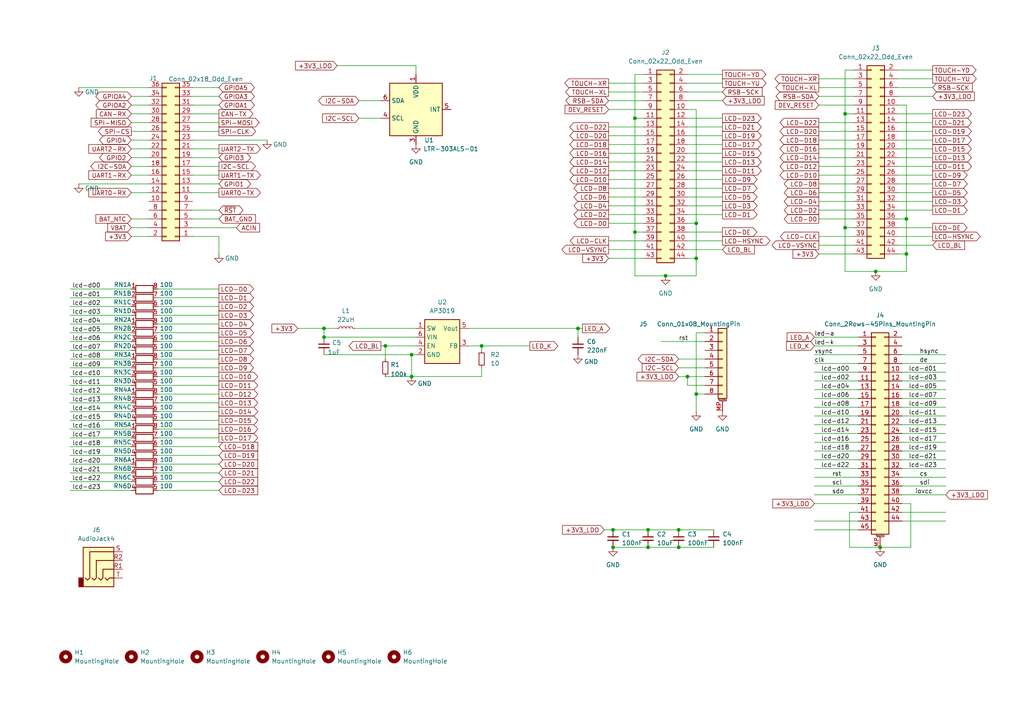
<source format=kicad_sch>
(kicad_sch (version 20211123) (generator eeschema)
  (paper "A4")
  (junction (at 187.96 158.75))
  (junction (at 177.8 153.67))
  (junction (at 177.8 158.75))
  (junction (at 201.93 114.3))
  (junction (at 262.89 63.5))
  (junction (at 245.11 33.02))
  (junction (at 119.38 102.87))
  (junction (at 196.85 158.75))
  (junction (at 193.04 80.01))
  (junction (at 187.96 153.67))
  (junction (at 199.39 109.22))
  (junction (at 262.89 73.66))
  (junction (at 255.27 158.75))
  (junction (at 201.93 64.77))
  (junction (at 93.98 97.79))
  (junction (at 139.7 100.33))
  (junction (at 201.93 74.93))
  (junction (at 254 78.74))
  (junction (at 184.15 67.31))
  (junction (at 196.85 153.67))
  (junction (at 93.98 95.25))
  (junction (at 167.64 95.25))
  (junction (at 184.15 34.29))
  (junction (at 119.38 109.22))
  (junction (at 245.11 66.04))
  (junction (at 111.76 100.33))
  (wire (pts (xy 245.11 33.02) (xy 245.11 66.04)))
  (wire (pts (xy 236.22 102.87) (xy 248.92 102.87)))
  (wire (pts (xy 264.16 158.75) (xy 255.27 158.75)))
  (wire (pts (xy 199.39 41.91) (xy 209.55 41.91)))
  (wire (pts (xy 45.72 142.24) (xy 63.5 142.24)))
  (wire (pts (xy 261.62 146.05) (xy 264.16 146.05)))
  (wire (pts (xy 187.96 153.67) (xy 196.85 153.67)))
  (wire (pts (xy 184.15 21.59) (xy 184.15 34.29)))
  (wire (pts (xy 120.65 102.87) (xy 119.38 102.87)))
  (wire (pts (xy 196.85 104.14) (xy 204.47 104.14)))
  (wire (pts (xy 260.35 33.02) (xy 270.51 33.02)))
  (wire (pts (xy 245.11 33.02) (xy 247.65 33.02)))
  (wire (pts (xy 196.85 109.22) (xy 199.39 109.22)))
  (wire (pts (xy 45.72 106.68) (xy 63.5 106.68)))
  (wire (pts (xy 264.16 146.05) (xy 264.16 158.75)))
  (wire (pts (xy 20.32 88.9) (xy 38.1 88.9)))
  (wire (pts (xy 261.62 110.49) (xy 274.32 110.49)))
  (wire (pts (xy 45.72 91.44) (xy 63.5 91.44)))
  (wire (pts (xy 176.53 46.99) (xy 186.69 46.99)))
  (wire (pts (xy 184.15 34.29) (xy 186.69 34.29)))
  (wire (pts (xy 45.72 124.46) (xy 63.5 124.46)))
  (wire (pts (xy 261.62 115.57) (xy 274.32 115.57)))
  (wire (pts (xy 55.88 53.34) (xy 63.5 53.34)))
  (wire (pts (xy 245.11 66.04) (xy 247.65 66.04)))
  (wire (pts (xy 260.35 40.64) (xy 270.51 40.64)))
  (wire (pts (xy 199.39 44.45) (xy 209.55 44.45)))
  (wire (pts (xy 261.62 133.35) (xy 274.32 133.35)))
  (wire (pts (xy 201.93 80.01) (xy 193.04 80.01)))
  (wire (pts (xy 176.53 29.21) (xy 186.69 29.21)))
  (wire (pts (xy 45.72 99.06) (xy 63.5 99.06)))
  (wire (pts (xy 237.49 27.94) (xy 247.65 27.94)))
  (wire (pts (xy 167.64 95.25) (xy 167.64 97.79)))
  (wire (pts (xy 201.93 64.77) (xy 201.93 74.93)))
  (wire (pts (xy 201.93 96.52) (xy 201.93 114.3)))
  (wire (pts (xy 167.64 95.25) (xy 168.91 95.25)))
  (wire (pts (xy 38.1 45.72) (xy 43.18 45.72)))
  (wire (pts (xy 262.89 73.66) (xy 262.89 78.74)))
  (wire (pts (xy 176.53 62.23) (xy 186.69 62.23)))
  (wire (pts (xy 261.62 138.43) (xy 274.32 138.43)))
  (wire (pts (xy 38.1 27.94) (xy 43.18 27.94)))
  (wire (pts (xy 260.35 50.8) (xy 270.51 50.8)))
  (wire (pts (xy 111.76 100.33) (xy 120.65 100.33)))
  (wire (pts (xy 45.72 121.92) (xy 63.5 121.92)))
  (wire (pts (xy 38.1 55.88) (xy 43.18 55.88)))
  (wire (pts (xy 176.53 54.61) (xy 186.69 54.61)))
  (wire (pts (xy 111.76 109.22) (xy 119.38 109.22)))
  (wire (pts (xy 201.93 74.93) (xy 201.93 80.01)))
  (wire (pts (xy 45.72 96.52) (xy 63.5 96.52)))
  (wire (pts (xy 236.22 118.11) (xy 248.92 118.11)))
  (wire (pts (xy 261.62 151.13) (xy 274.32 151.13)))
  (wire (pts (xy 177.8 158.75) (xy 187.96 158.75)))
  (wire (pts (xy 20.32 137.16) (xy 38.1 137.16)))
  (wire (pts (xy 111.76 100.33) (xy 111.76 104.14)))
  (wire (pts (xy 139.7 100.33) (xy 139.7 101.6)))
  (wire (pts (xy 191.77 99.06) (xy 204.47 99.06)))
  (wire (pts (xy 237.49 50.8) (xy 247.65 50.8)))
  (wire (pts (xy 199.39 29.21) (xy 209.55 29.21)))
  (wire (pts (xy 104.14 34.29) (xy 110.49 34.29)))
  (wire (pts (xy 176.53 72.39) (xy 186.69 72.39)))
  (wire (pts (xy 176.53 24.13) (xy 186.69 24.13)))
  (wire (pts (xy 45.72 86.36) (xy 63.5 86.36)))
  (wire (pts (xy 176.53 59.69) (xy 186.69 59.69)))
  (wire (pts (xy 45.72 101.6) (xy 63.5 101.6)))
  (wire (pts (xy 45.72 132.08) (xy 63.5 132.08)))
  (wire (pts (xy 260.35 45.72) (xy 270.51 45.72)))
  (wire (pts (xy 260.35 30.48) (xy 262.89 30.48)))
  (wire (pts (xy 45.72 129.54) (xy 63.5 129.54)))
  (wire (pts (xy 237.49 53.34) (xy 247.65 53.34)))
  (wire (pts (xy 186.69 21.59) (xy 184.15 21.59)))
  (wire (pts (xy 262.89 30.48) (xy 262.89 63.5)))
  (wire (pts (xy 38.1 50.8) (xy 43.18 50.8)))
  (wire (pts (xy 176.53 74.93) (xy 186.69 74.93)))
  (wire (pts (xy 199.39 57.15) (xy 209.55 57.15)))
  (wire (pts (xy 135.89 100.33) (xy 139.7 100.33)))
  (wire (pts (xy 20.32 121.92) (xy 38.1 121.92)))
  (wire (pts (xy 260.35 25.4) (xy 270.51 25.4)))
  (wire (pts (xy 260.35 22.86) (xy 270.51 22.86)))
  (wire (pts (xy 120.65 21.59) (xy 120.65 19.05)))
  (wire (pts (xy 261.62 125.73) (xy 274.32 125.73)))
  (wire (pts (xy 199.39 49.53) (xy 209.55 49.53)))
  (wire (pts (xy 120.65 97.79) (xy 93.98 97.79)))
  (wire (pts (xy 199.39 64.77) (xy 201.93 64.77)))
  (wire (pts (xy 45.72 83.82) (xy 63.5 83.82)))
  (wire (pts (xy 237.49 60.96) (xy 247.65 60.96)))
  (wire (pts (xy 139.7 106.68) (xy 139.7 109.22)))
  (wire (pts (xy 22.86 53.34) (xy 43.18 53.34)))
  (wire (pts (xy 199.39 24.13) (xy 209.55 24.13)))
  (wire (pts (xy 199.39 31.75) (xy 201.93 31.75)))
  (wire (pts (xy 176.53 49.53) (xy 186.69 49.53)))
  (wire (pts (xy 237.49 73.66) (xy 247.65 73.66)))
  (wire (pts (xy 93.98 97.79) (xy 93.98 95.25)))
  (wire (pts (xy 246.38 148.59) (xy 246.38 158.75)))
  (wire (pts (xy 236.22 107.95) (xy 248.92 107.95)))
  (wire (pts (xy 20.32 116.84) (xy 38.1 116.84)))
  (wire (pts (xy 260.35 73.66) (xy 262.89 73.66)))
  (wire (pts (xy 45.72 119.38) (xy 63.5 119.38)))
  (wire (pts (xy 237.49 71.12) (xy 247.65 71.12)))
  (wire (pts (xy 260.35 71.12) (xy 270.51 71.12)))
  (wire (pts (xy 236.22 153.67) (xy 248.92 153.67)))
  (wire (pts (xy 204.47 96.52) (xy 201.93 96.52)))
  (wire (pts (xy 236.22 138.43) (xy 248.92 138.43)))
  (wire (pts (xy 236.22 125.73) (xy 248.92 125.73)))
  (wire (pts (xy 176.53 52.07) (xy 186.69 52.07)))
  (wire (pts (xy 246.38 148.59) (xy 248.92 148.59)))
  (wire (pts (xy 236.22 143.51) (xy 248.92 143.51)))
  (wire (pts (xy 45.72 111.76) (xy 63.5 111.76)))
  (wire (pts (xy 236.22 97.79) (xy 248.92 97.79)))
  (wire (pts (xy 20.32 83.82) (xy 38.1 83.82)))
  (wire (pts (xy 260.35 53.34) (xy 270.51 53.34)))
  (wire (pts (xy 261.62 143.51) (xy 274.32 143.51)))
  (wire (pts (xy 20.32 139.7) (xy 38.1 139.7)))
  (wire (pts (xy 176.53 64.77) (xy 186.69 64.77)))
  (wire (pts (xy 55.88 68.58) (xy 63.5 68.58)))
  (wire (pts (xy 199.39 36.83) (xy 209.55 36.83)))
  (wire (pts (xy 260.35 60.96) (xy 270.51 60.96)))
  (wire (pts (xy 20.32 109.22) (xy 38.1 109.22)))
  (wire (pts (xy 201.93 31.75) (xy 201.93 64.77)))
  (wire (pts (xy 199.39 69.85) (xy 209.55 69.85)))
  (wire (pts (xy 236.22 120.65) (xy 248.92 120.65)))
  (wire (pts (xy 236.22 100.33) (xy 248.92 100.33)))
  (wire (pts (xy 38.1 30.48) (xy 43.18 30.48)))
  (wire (pts (xy 45.72 139.7) (xy 63.5 139.7)))
  (wire (pts (xy 38.1 48.26) (xy 43.18 48.26)))
  (wire (pts (xy 184.15 34.29) (xy 184.15 67.31)))
  (wire (pts (xy 237.49 55.88) (xy 247.65 55.88)))
  (wire (pts (xy 261.62 123.19) (xy 274.32 123.19)))
  (wire (pts (xy 236.22 133.35) (xy 248.92 133.35)))
  (wire (pts (xy 261.62 135.89) (xy 274.32 135.89)))
  (wire (pts (xy 187.96 158.75) (xy 196.85 158.75)))
  (wire (pts (xy 261.62 128.27) (xy 274.32 128.27)))
  (wire (pts (xy 45.72 93.98) (xy 63.5 93.98)))
  (wire (pts (xy 20.32 129.54) (xy 38.1 129.54)))
  (wire (pts (xy 177.8 153.67) (xy 187.96 153.67)))
  (wire (pts (xy 260.35 66.04) (xy 270.51 66.04)))
  (wire (pts (xy 20.32 101.6) (xy 38.1 101.6)))
  (wire (pts (xy 199.39 74.93) (xy 201.93 74.93)))
  (wire (pts (xy 55.88 63.5) (xy 63.5 63.5)))
  (wire (pts (xy 176.53 26.67) (xy 186.69 26.67)))
  (wire (pts (xy 199.39 59.69) (xy 209.55 59.69)))
  (wire (pts (xy 236.22 128.27) (xy 248.92 128.27)))
  (wire (pts (xy 20.32 91.44) (xy 38.1 91.44)))
  (wire (pts (xy 260.35 27.94) (xy 270.51 27.94)))
  (wire (pts (xy 45.72 104.14) (xy 63.5 104.14)))
  (wire (pts (xy 236.22 140.97) (xy 248.92 140.97)))
  (wire (pts (xy 20.32 99.06) (xy 38.1 99.06)))
  (wire (pts (xy 260.35 63.5) (xy 262.89 63.5)))
  (wire (pts (xy 20.32 96.52) (xy 38.1 96.52)))
  (wire (pts (xy 20.32 106.68) (xy 38.1 106.68)))
  (wire (pts (xy 236.22 123.19) (xy 248.92 123.19)))
  (wire (pts (xy 175.26 153.67) (xy 177.8 153.67)))
  (wire (pts (xy 237.49 58.42) (xy 247.65 58.42)))
  (wire (pts (xy 119.38 109.22) (xy 139.7 109.22)))
  (wire (pts (xy 102.87 95.25) (xy 120.65 95.25)))
  (wire (pts (xy 55.88 45.72) (xy 63.5 45.72)))
  (wire (pts (xy 139.7 100.33) (xy 153.67 100.33)))
  (wire (pts (xy 20.32 124.46) (xy 38.1 124.46)))
  (wire (pts (xy 176.53 31.75) (xy 186.69 31.75)))
  (wire (pts (xy 237.49 48.26) (xy 247.65 48.26)))
  (wire (pts (xy 55.88 48.26) (xy 63.5 48.26)))
  (wire (pts (xy 184.15 67.31) (xy 186.69 67.31)))
  (wire (pts (xy 245.11 78.74) (xy 254 78.74)))
  (wire (pts (xy 260.35 68.58) (xy 270.51 68.58)))
  (wire (pts (xy 199.39 46.99) (xy 209.55 46.99)))
  (wire (pts (xy 55.88 40.64) (xy 77.47 40.64)))
  (wire (pts (xy 45.72 114.3) (xy 63.5 114.3)))
  (wire (pts (xy 260.35 48.26) (xy 270.51 48.26)))
  (wire (pts (xy 236.22 135.89) (xy 248.92 135.89)))
  (wire (pts (xy 20.32 111.76) (xy 38.1 111.76)))
  (wire (pts (xy 237.49 30.48) (xy 247.65 30.48)))
  (wire (pts (xy 236.22 130.81) (xy 248.92 130.81)))
  (wire (pts (xy 55.88 27.94) (xy 63.5 27.94)))
  (wire (pts (xy 45.72 109.22) (xy 63.5 109.22)))
  (wire (pts (xy 201.93 114.3) (xy 204.47 114.3)))
  (wire (pts (xy 184.15 67.31) (xy 184.15 80.01)))
  (wire (pts (xy 176.53 69.85) (xy 186.69 69.85)))
  (wire (pts (xy 237.49 35.56) (xy 247.65 35.56)))
  (wire (pts (xy 237.49 43.18) (xy 247.65 43.18)))
  (wire (pts (xy 176.53 41.91) (xy 186.69 41.91)))
  (wire (pts (xy 55.88 33.02) (xy 63.5 33.02)))
  (wire (pts (xy 20.32 86.36) (xy 38.1 86.36)))
  (wire (pts (xy 199.39 109.22) (xy 199.39 111.76)))
  (wire (pts (xy 55.88 25.4) (xy 63.5 25.4)))
  (wire (pts (xy 237.49 25.4) (xy 247.65 25.4)))
  (wire (pts (xy 261.62 140.97) (xy 274.32 140.97)))
  (wire (pts (xy 55.88 66.04) (xy 68.58 66.04)))
  (wire (pts (xy 45.72 137.16) (xy 63.5 137.16)))
  (wire (pts (xy 63.5 68.58) (xy 63.5 73.66)))
  (wire (pts (xy 204.47 111.76) (xy 199.39 111.76)))
  (wire (pts (xy 199.39 54.61) (xy 209.55 54.61)))
  (wire (pts (xy 199.39 109.22) (xy 204.47 109.22)))
  (wire (pts (xy 55.88 43.18) (xy 63.5 43.18)))
  (wire (pts (xy 20.32 142.24) (xy 38.1 142.24)))
  (wire (pts (xy 261.62 107.95) (xy 274.32 107.95)))
  (wire (pts (xy 55.88 30.48) (xy 63.5 30.48)))
  (wire (pts (xy 20.32 132.08) (xy 38.1 132.08)))
  (wire (pts (xy 20.32 127) (xy 38.1 127)))
  (wire (pts (xy 237.49 22.86) (xy 247.65 22.86)))
  (wire (pts (xy 236.22 110.49) (xy 248.92 110.49)))
  (wire (pts (xy 260.35 55.88) (xy 270.51 55.88)))
  (wire (pts (xy 237.49 63.5) (xy 247.65 63.5)))
  (wire (pts (xy 38.1 66.04) (xy 43.18 66.04)))
  (wire (pts (xy 38.1 40.64) (xy 43.18 40.64)))
  (wire (pts (xy 236.22 113.03) (xy 248.92 113.03)))
  (wire (pts (xy 260.35 38.1) (xy 270.51 38.1)))
  (wire (pts (xy 261.62 105.41) (xy 274.32 105.41)))
  (wire (pts (xy 237.49 68.58) (xy 247.65 68.58)))
  (wire (pts (xy 104.14 29.21) (xy 110.49 29.21)))
  (wire (pts (xy 20.32 93.98) (xy 38.1 93.98)))
  (wire (pts (xy 20.32 104.14) (xy 38.1 104.14)))
  (wire (pts (xy 199.39 26.67) (xy 209.55 26.67)))
  (wire (pts (xy 261.62 130.81) (xy 274.32 130.81)))
  (wire (pts (xy 199.39 52.07) (xy 209.55 52.07)))
  (wire (pts (xy 261.62 102.87) (xy 274.32 102.87)))
  (wire (pts (xy 262.89 78.74) (xy 254 78.74)))
  (wire (pts (xy 261.62 113.03) (xy 274.32 113.03)))
  (wire (pts (xy 93.98 102.87) (xy 119.38 102.87)))
  (wire (pts (xy 55.88 60.96) (xy 63.5 60.96)))
  (wire (pts (xy 237.49 38.1) (xy 247.65 38.1)))
  (wire (pts (xy 199.39 67.31) (xy 209.55 67.31)))
  (wire (pts (xy 119.38 102.87) (xy 119.38 109.22)))
  (wire (pts (xy 38.1 35.56) (xy 43.18 35.56)))
  (wire (pts (xy 45.72 134.62) (xy 63.5 134.62)))
  (wire (pts (xy 261.62 120.65) (xy 274.32 120.65)))
  (wire (pts (xy 45.72 116.84) (xy 63.5 116.84)))
  (wire (pts (xy 262.89 63.5) (xy 262.89 73.66)))
  (wire (pts (xy 93.98 95.25) (xy 97.79 95.25)))
  (wire (pts (xy 20.32 114.3) (xy 38.1 114.3)))
  (wire (pts (xy 20.32 119.38) (xy 38.1 119.38)))
  (wire (pts (xy 38.1 63.5) (xy 43.18 63.5)))
  (wire (pts (xy 260.35 43.18) (xy 270.51 43.18)))
  (wire (pts (xy 247.65 20.32) (xy 245.11 20.32)))
  (wire (pts (xy 260.35 20.32) (xy 270.51 20.32)))
  (wire (pts (xy 201.93 114.3) (xy 201.93 119.38)))
  (wire (pts (xy 237.49 40.64) (xy 247.65 40.64)))
  (wire (pts (xy 38.1 33.02) (xy 43.18 33.02)))
  (wire (pts (xy 55.88 50.8) (xy 63.5 50.8)))
  (wire (pts (xy 86.36 95.25) (xy 93.98 95.25)))
  (wire (pts (xy 199.39 21.59) (xy 209.55 21.59)))
  (wire (pts (xy 45.72 127) (xy 63.5 127)))
  (wire (pts (xy 20.32 134.62) (xy 38.1 134.62)))
  (wire (pts (xy 237.49 45.72) (xy 247.65 45.72)))
  (wire (pts (xy 261.62 118.11) (xy 274.32 118.11)))
  (wire (pts (xy 38.1 43.18) (xy 43.18 43.18)))
  (wire (pts (xy 236.22 146.05) (xy 248.92 146.05)))
  (wire (pts (xy 55.88 35.56) (xy 63.5 35.56)))
  (wire (pts (xy 261.62 148.59) (xy 274.32 148.59)))
  (wire (pts (xy 38.1 38.1) (xy 43.18 38.1)))
  (wire (pts (xy 260.35 58.42) (xy 270.51 58.42)))
  (wire (pts (xy 236.22 115.57) (xy 248.92 115.57)))
  (wire (pts (xy 245.11 20.32) (xy 245.11 33.02)))
  (wire (pts (xy 176.53 44.45) (xy 186.69 44.45)))
  (wire (pts (xy 236.22 151.13) (xy 248.92 151.13)))
  (wire (pts (xy 55.88 55.88) (xy 63.5 55.88)))
  (wire (pts (xy 196.85 106.68) (xy 204.47 106.68)))
  (wire (pts (xy 55.88 38.1) (xy 63.5 38.1)))
  (wire (pts (xy 45.72 88.9) (xy 63.5 88.9)))
  (wire (pts (xy 245.11 66.04) (xy 245.11 78.74)))
  (wire (pts (xy 135.89 95.25) (xy 167.64 95.25)))
  (wire (pts (xy 38.1 68.58) (xy 43.18 68.58)))
  (wire (pts (xy 184.15 80.01) (xy 193.04 80.01)))
  (wire (pts (xy 246.38 158.75) (xy 255.27 158.75)))
  (wire (pts (xy 196.85 158.75) (xy 207.01 158.75)))
  (wire (pts (xy 176.53 39.37) (xy 186.69 39.37)))
  (wire (pts (xy 196.85 153.67) (xy 207.01 153.67)))
  (wire (pts (xy 199.39 62.23) (xy 209.55 62.23)))
  (wire (pts (xy 176.53 36.83) (xy 186.69 36.83)))
  (wire (pts (xy 260.35 35.56) (xy 270.51 35.56)))
  (wire (pts (xy 176.53 57.15) (xy 186.69 57.15)))
  (wire (pts (xy 199.39 39.37) (xy 209.55 39.37)))
  (wire (pts (xy 236.22 105.41) (xy 248.92 105.41)))
  (wire (pts (xy 199.39 72.39) (xy 209.55 72.39)))
  (wire (pts (xy 110.49 100.33) (xy 111.76 100.33)))
  (wire (pts (xy 97.79 19.05) (xy 120.65 19.05)))
  (wire (pts (xy 22.86 25.4) (xy 43.18 25.4)))
  (wire (pts (xy 199.39 34.29) (xy 209.55 34.29)))
  (label "lcd-d00" (at 29.21 83.82 180))
  (label "lcd-d09" (at 29.21 106.68 180))
  (label "lcd-d22" (at 29.21 139.7 180))
  (label "led-k" (at 236.22 100.33 0))
  (label "lcd-d07" (at 29.21 101.6 180))
  (label "lcd-d20" (at 29.21 134.62 180))
  (label "lcd-d16" (at 29.21 124.46 180))
  (label "lcd-d08" (at 29.21 104.14 180))
  (label "lcd-d10" (at 246.38 120.65 180))
  (label "lcd-d19" (at 29.21 132.08 180))
  (label "rst" (at 241.3 138.43 0))
  (label "lcd-d02" (at 246.38 110.49 180))
  (label "scl" (at 241.3 140.97 0))
  (label "lcd-d13" (at 29.21 116.84 180))
  (label "lcd-d14" (at 246.38 125.73 180))
  (label "lcd-d19" (at 271.78 130.81 180))
  (label "lcd-d15" (at 271.78 125.73 180))
  (label "sdo" (at 241.3 143.51 0))
  (label "clk" (at 236.22 105.41 0))
  (label "lcd-d20" (at 246.38 133.35 180))
  (label "lcd-d01" (at 29.21 86.36 180))
  (label "sdi" (at 266.7 140.97 0))
  (label "lcd-d10" (at 29.21 109.22 180))
  (label "lcd-d08" (at 246.38 118.11 180))
  (label "lcd-d07" (at 271.78 115.57 180))
  (label "lcd-d06" (at 246.38 115.57 180))
  (label "lcd-d18" (at 246.38 130.81 180))
  (label "lcd-d21" (at 29.21 137.16 180))
  (label "lcd-d17" (at 271.78 128.27 180))
  (label "lcd-d04" (at 246.38 113.03 180))
  (label "lcd-d11" (at 29.21 111.76 180))
  (label "lcd-d11" (at 271.78 120.65 180))
  (label "lcd-d23" (at 29.21 142.24 180))
  (label "lcd-d03" (at 29.21 91.44 180))
  (label "de" (at 266.7 105.41 0))
  (label "lcd-d18" (at 29.21 129.54 180))
  (label "lcd-d13" (at 271.78 123.19 180))
  (label "lcd-d09" (at 271.78 118.11 180))
  (label "lcd-d06" (at 29.21 99.06 180))
  (label "lcd-d01" (at 271.78 107.95 180))
  (label "lcd-d22" (at 246.38 135.89 180))
  (label "lcd-d04" (at 29.21 93.98 180))
  (label "lcd-d17" (at 29.21 127 180))
  (label "lcd-d21" (at 271.78 133.35 180))
  (label "lcd-d03" (at 271.78 110.49 180))
  (label "lcd-d15" (at 29.21 121.92 180))
  (label "vsync" (at 236.22 102.87 0))
  (label "rst" (at 196.85 99.06 0))
  (label "lcd-d05" (at 271.78 113.03 180))
  (label "hsync" (at 266.7 102.87 0))
  (label "lcd-d05" (at 29.21 96.52 180))
  (label "iovcc" (at 265.43 143.51 0))
  (label "lcd-d14" (at 29.21 119.38 180))
  (label "lcd-d12" (at 29.21 114.3 180))
  (label "lcd-d12" (at 246.38 123.19 180))
  (label "lcd-d16" (at 246.38 128.27 180))
  (label "led-a" (at 236.22 97.79 0))
  (label "cs" (at 266.7 138.43 0))
  (label "lcd-d02" (at 29.21 88.9 180))
  (label "lcd-d23" (at 271.78 135.89 180))
  (label "lcd-d00" (at 246.38 107.95 180))
  (global_label "LCD-D2" (shape output) (at 176.53 62.23 180) (property "Intersheet References" "${INTERSHEET_REFS}" (effects hide)))
  (global_label "DEV_RESET" (shape input) (at 237.49 30.48 180) (property "Intersheet References" "${INTERSHEET_REFS}" (effects hide)))
  (global_label "LCD-D23" (shape output) (at 209.55 34.29 0) (property "Intersheet References" "${INTERSHEET_REFS}" (effects hide)))
  (global_label "LED_A" (shape output) (at 168.91 95.25 0) (property "Intersheet References" "${INTERSHEET_REFS}" (effects hide)))
  (global_label "TOUCH-XR" (shape output) (at 237.49 22.86 180) (property "Intersheet References" "${INTERSHEET_REFS}" (effects hide)))
  (global_label "LCD-D18" (shape output) (at 176.53 41.91 180) (property "Intersheet References" "${INTERSHEET_REFS}" (effects hide)))
  (global_label "LCD-D8" (shape output) (at 176.53 54.61 180) (property "Intersheet References" "${INTERSHEET_REFS}" (effects hide)))
  (global_label "~{RST}" (shape bidirectional) (at 63.5 60.96 0) (property "Intersheet References" "${INTERSHEET_REFS}" (effects hide)))
  (global_label "LCD-D15" (shape output) (at 209.55 44.45 0) (property "Intersheet References" "${INTERSHEET_REFS}" (effects hide)))
  (global_label "LCD-D16" (shape output) (at 63.5 124.46 0) (property "Intersheet References" "${INTERSHEET_REFS}" (effects hide)))
  (global_label "LCD-D2" (shape output) (at 63.5 88.9 0) (property "Intersheet References" "${INTERSHEET_REFS}" (effects hide)))
  (global_label "LCD-D20" (shape output) (at 176.53 39.37 180) (property "Intersheet References" "${INTERSHEET_REFS}" (effects hide)))
  (global_label "UART0-TX" (shape output) (at 63.5 55.88 0) (property "Intersheet References" "${INTERSHEET_REFS}" (effects hide)))
  (global_label "LCD-D4" (shape output) (at 237.49 58.42 180) (property "Intersheet References" "${INTERSHEET_REFS}" (effects hide)))
  (global_label "LCD-DE" (shape output) (at 270.51 66.04 0) (property "Intersheet References" "${INTERSHEET_REFS}" (effects hide)))
  (global_label "LCD_BL" (shape input) (at 209.55 72.39 0) (property "Intersheet References" "${INTERSHEET_REFS}" (effects hide)))
  (global_label "LCD-D14" (shape output) (at 63.5 119.38 0) (property "Intersheet References" "${INTERSHEET_REFS}" (effects hide)))
  (global_label "LCD-D21" (shape input) (at 63.5 137.16 0) (property "Intersheet References" "${INTERSHEET_REFS}" (effects hide)))
  (global_label "TOUCH-YD" (shape output) (at 270.51 20.32 0) (property "Intersheet References" "${INTERSHEET_REFS}" (effects hide)))
  (global_label "LCD-D2" (shape output) (at 237.49 60.96 180) (property "Intersheet References" "${INTERSHEET_REFS}" (effects hide)))
  (global_label "LCD-HSYNC" (shape output) (at 270.51 68.58 0) (property "Intersheet References" "${INTERSHEET_REFS}" (effects hide)))
  (global_label "SPI-CLK" (shape output) (at 63.5 38.1 0) (property "Intersheet References" "${INTERSHEET_REFS}" (effects hide)))
  (global_label "TOUCH-XL" (shape output) (at 237.49 25.4 180) (property "Intersheet References" "${INTERSHEET_REFS}" (effects hide)))
  (global_label "LCD-D6" (shape output) (at 176.53 57.15 180) (property "Intersheet References" "${INTERSHEET_REFS}" (effects hide)))
  (global_label "+3V3_LDO" (shape input) (at 270.51 27.94 0) (property "Intersheet References" "${INTERSHEET_REFS}" (effects hide)))
  (global_label "LCD-D22" (shape output) (at 237.49 35.56 180) (property "Intersheet References" "${INTERSHEET_REFS}" (effects hide)))
  (global_label "LCD-D7" (shape output) (at 270.51 53.34 0) (property "Intersheet References" "${INTERSHEET_REFS}" (effects hide)))
  (global_label "LCD-D21" (shape output) (at 209.55 36.83 0) (property "Intersheet References" "${INTERSHEET_REFS}" (effects hide)))
  (global_label "LCD-D9" (shape output) (at 270.51 50.8 0) (property "Intersheet References" "${INTERSHEET_REFS}" (effects hide)))
  (global_label "ACIN" (shape input) (at 68.58 66.04 0) (property "Intersheet References" "${INTERSHEET_REFS}" (effects hide)))
  (global_label "LCD-D7" (shape output) (at 209.55 54.61 0) (property "Intersheet References" "${INTERSHEET_REFS}" (effects hide)))
  (global_label "VBAT" (shape input) (at 38.1 66.04 180) (property "Intersheet References" "${INTERSHEET_REFS}" (effects hide)))
  (global_label "SPI-MOSI" (shape output) (at 63.5 35.56 0) (property "Intersheet References" "${INTERSHEET_REFS}" (effects hide)))
  (global_label "RSB-SDA" (shape bidirectional) (at 237.49 27.94 180) (property "Intersheet References" "${INTERSHEET_REFS}" (effects hide)))
  (global_label "LCD-D0" (shape output) (at 237.49 63.5 180) (property "Intersheet References" "${INTERSHEET_REFS}" (effects hide)))
  (global_label "I2C-SCL" (shape input) (at 196.85 106.68 180) (property "Intersheet References" "${INTERSHEET_REFS}" (effects hide)))
  (global_label "TOUCH-YU" (shape output) (at 209.55 24.13 0) (property "Intersheet References" "${INTERSHEET_REFS}" (effects hide)))
  (global_label "LCD-D16" (shape output) (at 237.49 43.18 180) (property "Intersheet References" "${INTERSHEET_REFS}" (effects hide)))
  (global_label "CAN-RX" (shape input) (at 38.1 33.02 180) (property "Intersheet References" "${INTERSHEET_REFS}" (effects hide)))
  (global_label "LCD-D20" (shape input) (at 63.5 134.62 0) (property "Intersheet References" "${INTERSHEET_REFS}" (effects hide)))
  (global_label "TOUCH-YU" (shape output) (at 270.51 22.86 0) (property "Intersheet References" "${INTERSHEET_REFS}" (effects hide)))
  (global_label "+3V3" (shape input) (at 176.53 74.93 180) (property "Intersheet References" "${INTERSHEET_REFS}" (effects hide)))
  (global_label "I2C-SDA" (shape bidirectional) (at 196.85 104.14 180) (property "Intersheet References" "${INTERSHEET_REFS}" (effects hide)))
  (global_label "LCD-HSYNC" (shape output) (at 209.55 69.85 0) (property "Intersheet References" "${INTERSHEET_REFS}" (effects hide)))
  (global_label "SPI-CS" (shape output) (at 38.1 38.1 180) (property "Intersheet References" "${INTERSHEET_REFS}" (effects hide)))
  (global_label "LCD-D11" (shape output) (at 63.5 111.76 0) (property "Intersheet References" "${INTERSHEET_REFS}" (effects hide)))
  (global_label "+3V3_LDO" (shape input) (at 209.55 29.21 0) (property "Intersheet References" "${INTERSHEET_REFS}" (effects hide)))
  (global_label "LCD-D3" (shape output) (at 270.51 58.42 0) (property "Intersheet References" "${INTERSHEET_REFS}" (effects hide)))
  (global_label "UART2-TX" (shape output) (at 63.5 43.18 0) (property "Intersheet References" "${INTERSHEET_REFS}" (effects hide)))
  (global_label "LCD-D1" (shape output) (at 63.5 86.36 0) (property "Intersheet References" "${INTERSHEET_REFS}" (effects hide)))
  (global_label "UART0-RX" (shape input) (at 38.1 55.88 180) (property "Intersheet References" "${INTERSHEET_REFS}" (effects hide)))
  (global_label "GPIOA4" (shape bidirectional) (at 38.1 27.94 180) (property "Intersheet References" "${INTERSHEET_REFS}" (effects hide)))
  (global_label "LCD-D8" (shape output) (at 63.5 104.14 0) (property "Intersheet References" "${INTERSHEET_REFS}" (effects hide)))
  (global_label "LCD-D10" (shape output) (at 237.49 50.8 180) (property "Intersheet References" "${INTERSHEET_REFS}" (effects hide)))
  (global_label "LCD-D19" (shape output) (at 270.51 38.1 0) (property "Intersheet References" "${INTERSHEET_REFS}" (effects hide)))
  (global_label "LCD-D13" (shape output) (at 209.55 46.99 0) (property "Intersheet References" "${INTERSHEET_REFS}" (effects hide)))
  (global_label "LCD-D17" (shape output) (at 63.5 127 0) (property "Intersheet References" "${INTERSHEET_REFS}" (effects hide)))
  (global_label "+3V3_LDO" (shape input) (at 274.32 143.51 0) (property "Intersheet References" "${INTERSHEET_REFS}" (effects hide)))
  (global_label "LCD-D6" (shape output) (at 63.5 99.06 0) (property "Intersheet References" "${INTERSHEET_REFS}" (effects hide)))
  (global_label "LCD-D18" (shape input) (at 63.5 129.54 0) (property "Intersheet References" "${INTERSHEET_REFS}" (effects hide)))
  (global_label "GPIO3" (shape bidirectional) (at 63.5 45.72 0) (property "Intersheet References" "${INTERSHEET_REFS}" (effects hide)))
  (global_label "LCD-D3" (shape output) (at 209.55 59.69 0) (property "Intersheet References" "${INTERSHEET_REFS}" (effects hide)))
  (global_label "LCD-D19" (shape output) (at 209.55 39.37 0) (property "Intersheet References" "${INTERSHEET_REFS}" (effects hide)))
  (global_label "BAT_NTC" (shape input) (at 38.1 63.5 180) (property "Intersheet References" "${INTERSHEET_REFS}" (effects hide)))
  (global_label "LCD-D9" (shape output) (at 63.5 106.68 0) (property "Intersheet References" "${INTERSHEET_REFS}" (effects hide)))
  (global_label "LCD-D12" (shape output) (at 63.5 114.3 0) (property "Intersheet References" "${INTERSHEET_REFS}" (effects hide)))
  (global_label "LCD-D11" (shape output) (at 209.55 49.53 0) (property "Intersheet References" "${INTERSHEET_REFS}" (effects hide)))
  (global_label "UART1-TX" (shape output) (at 63.5 50.8 0) (property "Intersheet References" "${INTERSHEET_REFS}" (effects hide)))
  (global_label "LCD-CLK" (shape output) (at 176.53 69.85 180) (property "Intersheet References" "${INTERSHEET_REFS}" (effects hide)))
  (global_label "LCD-D20" (shape output) (at 237.49 38.1 180) (property "Intersheet References" "${INTERSHEET_REFS}" (effects hide)))
  (global_label "I2C-SCL" (shape output) (at 63.5 48.26 0) (property "Intersheet References" "${INTERSHEET_REFS}" (effects hide)))
  (global_label "TOUCH-YD" (shape output) (at 209.55 21.59 0) (property "Intersheet References" "${INTERSHEET_REFS}" (effects hide)))
  (global_label "LED_K" (shape output) (at 153.67 100.33 0) (property "Intersheet References" "${INTERSHEET_REFS}" (effects hide)))
  (global_label "LCD-D16" (shape output) (at 176.53 44.45 180) (property "Intersheet References" "${INTERSHEET_REFS}" (effects hide)))
  (global_label "LCD-D6" (shape output) (at 237.49 55.88 180) (property "Intersheet References" "${INTERSHEET_REFS}" (effects hide)))
  (global_label "LED_K" (shape input) (at 236.22 100.33 180) (property "Intersheet References" "${INTERSHEET_REFS}" (effects hide)))
  (global_label "LCD-D10" (shape output) (at 176.53 52.07 180) (property "Intersheet References" "${INTERSHEET_REFS}" (effects hide)))
  (global_label "LCD-D19" (shape input) (at 63.5 132.08 0) (property "Intersheet References" "${INTERSHEET_REFS}" (effects hide)))
  (global_label "LCD-D4" (shape output) (at 176.53 59.69 180) (property "Intersheet References" "${INTERSHEET_REFS}" (effects hide)))
  (global_label "+3V3_LDO" (shape input) (at 97.79 19.05 180) (property "Intersheet References" "${INTERSHEET_REFS}" (effects hide)))
  (global_label "LCD-D12" (shape output) (at 237.49 48.26 180) (property "Intersheet References" "${INTERSHEET_REFS}" (effects hide)))
  (global_label "LCD-D12" (shape output) (at 176.53 49.53 180) (property "Intersheet References" "${INTERSHEET_REFS}" (effects hide)))
  (global_label "LCD-D15" (shape output) (at 63.5 121.92 0) (property "Intersheet References" "${INTERSHEET_REFS}" (effects hide)))
  (global_label "LCD-D17" (shape output) (at 209.55 41.91 0) (property "Intersheet References" "${INTERSHEET_REFS}" (effects hide)))
  (global_label "GPIOA5" (shape bidirectional) (at 63.5 25.4 0) (property "Intersheet References" "${INTERSHEET_REFS}" (effects hide)))
  (global_label "LCD-D8" (shape output) (at 237.49 53.34 180) (property "Intersheet References" "${INTERSHEET_REFS}" (effects hide)))
  (global_label "GPIO2" (shape bidirectional) (at 38.1 45.72 180) (property "Intersheet References" "${INTERSHEET_REFS}" (effects hide)))
  (global_label "LCD-D9" (shape output) (at 209.55 52.07 0) (property "Intersheet References" "${INTERSHEET_REFS}" (effects hide)))
  (global_label "I2C-SDA" (shape bidirectional) (at 104.14 29.21 180) (property "Intersheet References" "${INTERSHEET_REFS}" (effects hide)))
  (global_label "LCD-D18" (shape output) (at 237.49 40.64 180) (property "Intersheet References" "${INTERSHEET_REFS}" (effects hide)))
  (global_label "BAT_GND" (shape input) (at 63.5 63.5 0) (property "Intersheet References" "${INTERSHEET_REFS}" (effects hide)))
  (global_label "LCD-D14" (shape output) (at 237.49 45.72 180) (property "Intersheet References" "${INTERSHEET_REFS}" (effects hide)))
  (global_label "LCD-D4" (shape output) (at 63.5 93.98 0) (property "Intersheet References" "${INTERSHEET_REFS}" (effects hide)))
  (global_label "UART2-RX" (shape input) (at 38.1 43.18 180) (property "Intersheet References" "${INTERSHEET_REFS}" (effects hide)))
  (global_label "LCD-D5" (shape output) (at 270.51 55.88 0) (property "Intersheet References" "${INTERSHEET_REFS}" (effects hide)))
  (global_label "LCD-DE" (shape output) (at 209.55 67.31 0) (property "Intersheet References" "${INTERSHEET_REFS}" (effects hide)))
  (global_label "+3V3" (shape input) (at 237.49 73.66 180) (property "Intersheet References" "${INTERSHEET_REFS}" (effects hide)))
  (global_label "LCD-D5" (shape output) (at 209.55 57.15 0) (property "Intersheet References" "${INTERSHEET_REFS}" (effects hide)))
  (global_label "LCD-D22" (shape input) (at 63.5 139.7 0) (property "Intersheet References" "${INTERSHEET_REFS}" (effects hide)))
  (global_label "LCD_BL" (shape input) (at 270.51 71.12 0) (property "Intersheet References" "${INTERSHEET_REFS}" (effects hide)))
  (global_label "LCD-D1" (shape output) (at 209.55 62.23 0) (property "Intersheet References" "${INTERSHEET_REFS}" (effects hide)))
  (global_label "I2C-SDA" (shape bidirectional) (at 38.1 48.26 180) (property "Intersheet References" "${INTERSHEET_REFS}" (effects hide)))
  (global_label "LCD-D3" (shape output) (at 63.5 91.44 0) (property "Intersheet References" "${INTERSHEET_REFS}" (effects hide)))
  (global_label "LED_A" (shape input) (at 236.22 97.79 180) (property "Intersheet References" "${INTERSHEET_REFS}" (effects hide)))
  (global_label "LCD-D5" (shape output) (at 63.5 96.52 0) (property "Intersheet References" "${INTERSHEET_REFS}" (effects hide)))
  (global_label "LCD-D23" (shape output) (at 270.51 33.02 0) (property "Intersheet References" "${INTERSHEET_REFS}" (effects hide)))
  (global_label "LCD-D0" (shape output) (at 63.5 83.82 0) (property "Intersheet References" "${INTERSHEET_REFS}" (effects hide)))
  (global_label "+3V3_LDO" (shape input) (at 236.22 146.05 180) (property "Intersheet References" "${INTERSHEET_REFS}" (effects hide)))
  (global_label "LCD-D14" (shape output) (at 176.53 46.99 180) (property "Intersheet References" "${INTERSHEET_REFS}" (effects hide)))
  (global_label "RSB-SDA" (shape bidirectional) (at 176.53 29.21 180) (property "Intersheet References" "${INTERSHEET_REFS}" (effects hide)))
  (global_label "LCD-D21" (shape output) (at 270.51 35.56 0) (property "Intersheet References" "${INTERSHEET_REFS}" (effects hide)))
  (global_label "LCD-D11" (shape output) (at 270.51 48.26 0) (property "Intersheet References" "${INTERSHEET_REFS}" (effects hide)))
  (global_label "GPIO4" (shape bidirectional) (at 38.1 40.64 180) (property "Intersheet References" "${INTERSHEET_REFS}" (effects hide)))
  (global_label "DEV_RESET" (shape input) (at 176.53 31.75 180) (property "Intersheet References" "${INTERSHEET_REFS}" (effects hide)))
  (global_label "SPI-MISO" (shape input) (at 38.1 35.56 180) (property "Intersheet References" "${INTERSHEET_REFS}" (effects hide)))
  (global_label "LCD-D10" (shape output) (at 63.5 109.22 0) (property "Intersheet References" "${INTERSHEET_REFS}" (effects hide)))
  (global_label "CAN-TX" (shape output) (at 63.5 33.02 0) (property "Intersheet References" "${INTERSHEET_REFS}" (effects hide)))
  (global_label "+3V3" (shape input) (at 38.1 68.58 180) (property "Intersheet References" "${INTERSHEET_REFS}" (effects hide)))
  (global_label "LCD-D22" (shape output) (at 176.53 36.83 180) (property "Intersheet References" "${INTERSHEET_REFS}" (effects hide)))
  (global_label "LCD-VSYNC" (shape output) (at 176.53 72.39 180) (property "Intersheet References" "${INTERSHEET_REFS}" (effects hide)))
  (global_label "+3V3_LDO" (shape input) (at 196.85 109.22 180) (property "Intersheet References" "${INTERSHEET_REFS}" (effects hide)))
  (global_label "LCD-D7" (shape output) (at 63.5 101.6 0) (property "Intersheet References" "${INTERSHEET_REFS}" (effects hide)))
  (global_label "LCD-D0" (shape output) (at 176.53 64.77 180) (property "Intersheet References" "${INTERSHEET_REFS}" (effects hide)))
  (global_label "LCD-D13" (shape output) (at 270.51 45.72 0) (property "Intersheet References" "${INTERSHEET_REFS}" (effects hide)))
  (global_label "GPIOA3" (shape bidirectional) (at 63.5 27.94 0) (property "Intersheet References" "${INTERSHEET_REFS}" (effects hide)))
  (global_label "LCD-D1" (shape output) (at 270.51 60.96 0) (property "Intersheet References" "${INTERSHEET_REFS}" (effects hide)))
  (global_label "+3V3" (shape input) (at 86.36 95.25 180) (property "Intersheet References" "${INTERSHEET_REFS}" (effects hide)))
  (global_label "LCD-VSYNC" (shape output) (at 237.49 71.12 180) (property "Intersheet References" "${INTERSHEET_REFS}" (effects hide)))
  (global_label "I2C-SCL" (shape input) (at 104.14 34.29 180) (property "Intersheet References" "${INTERSHEET_REFS}" (effects hide)))
  (global_label "GPIO1" (shape bidirectional) (at 63.5 53.34 0) (property "Intersheet References" "${INTERSHEET_REFS}" (effects hide)))
  (global_label "RSB-SCK" (shape input) (at 270.51 25.4 0) (property "Intersheet References" "${INTERSHEET_REFS}" (effects hide)))
  (global_label "+3V3_LDO" (shape input) (at 175.26 153.67 180) (property "Intersheet References" "${INTERSHEET_REFS}" (effects hide)))
  (global_label "LCD-D23" (shape input) (at 63.5 142.24 0) (property "Intersheet References" "${INTERSHEET_REFS}" (effects hide)))
  (global_label "TOUCH-XL" (shape output) (at 176.53 26.67 180) (property "Intersheet References" "${INTERSHEET_REFS}" (effects hide)))
  (global_label "LCD-CLK" (shape output) (at 237.49 68.58 180) (property "Intersheet References" "${INTERSHEET_REFS}" (effects hide)))
  (global_label "LCD_BL" (shape output) (at 110.49 100.33 180) (property "Intersheet References" "${INTERSHEET_REFS}" (effects hide)))
  (global_label "GPIOA1" (shape bidirectional) (at 63.5 30.48 0) (property "Intersheet References" "${INTERSHEET_REFS}" (effects hide)))
  (global_label "RSB-SCK" (shape input) (at 209.55 26.67 0) (property "Intersheet References" "${INTERSHEET_REFS}" (effects hide)))
  (global_label "LCD-D17" (shape output) (at 270.51 40.64 0) (property "Intersheet References" "${INTERSHEET_REFS}" (effects hide)))
  (global_label "GPIOA2" (shape bidirectional) (at 38.1 30.48 180) (property "Intersheet References" "${INTERSHEET_REFS}" (effects hide)))
  (global_label "UART1-RX" (shape input) (at 38.1 50.8 180) (property "Intersheet References" "${INTERSHEET_REFS}" (effects hide)))
  (global_label "LCD-D13" (shape output) (at 63.5 116.84 0) (property "Intersheet References" "${INTERSHEET_REFS}" (effects hide)))
  (global_label "TOUCH-XR" (shape output) (at 176.53 24.13 180) (property "Intersheet References" "${INTERSHEET_REFS}" (effects hide)))
  (global_label "LCD-D15" (shape output) (at 270.51 43.18 0) (property "Intersheet References" "${INTERSHEET_REFS}" (effects hide)))
  (symbol (lib_id "power:GND") (at 167.64 102.87 0) (unit 1)
    (property "Reference" "#PWR0112" (effects hide))
    (property "Value" "GND" (at 171.45 104.8926 0))
  )
  (symbol (lib_id "Connector_Generic:Conn_02x18_Odd_Even") (at 50.8 48.26 180) (unit 1)
    (property "Reference" "J1" (at 44.45 22.7034 0))
    (property "Value" "Conn_02x18_Odd_Even" (at 59.69 22.9385 0))
    (property "Footprint" "Connector_PinHeader_2.54mm:PinHeader_2x18_P2.54mm_Vertical_SMD" (effects hide))
  )
  (symbol (lib_id "Device:R_Pack04_Split") (at 41.91 137.16 270) (unit 2)
    (property "Reference" "RN6" (at 35.56 135.89 90))
    (property "Value" "100" (at 48.26 135.89 90))
    (property "Footprint" "Resistor_SMD:R_Array_Convex_4x0603" (effects hide))
  )
  (symbol (lib_id "Mechanical:MountingHole") (at 114.3 190.5 0) (unit 1)
    (property "Reference" "H6" (at 116.84 189.2299 0) (effects (justify left)))
    (property "Value" "MountingHole" (at 116.84 191.7699 0) (effects (justify left)))
    (property "Footprint" "MountingHole:MountingHole_2.7mm_M2.5_DIN965" (effects hide))
  )
  (symbol (lib_id "power:GND") (at 193.04 80.01 0) (unit 1)
    (property "Reference" "#PWR0106" (effects hide))
    (property "Value" "GND" (at 193.04 85.09 0))
  )
  (symbol (lib_id "Device:R_Pack04_Split") (at 41.91 83.82 270) (unit 1)
    (property "Reference" "RN1" (at 35.56 82.55 90))
    (property "Value" "100" (at 48.26 82.55 90))
    (property "Footprint" "Resistor_SMD:R_Array_Convex_4x0603" (effects hide))
  )
  (symbol (lib_id "Device:R_Pack04_Split") (at 41.91 104.14 270) (unit 1)
    (property "Reference" "RN3" (at 35.56 102.87 90))
    (property "Value" "100" (at 48.26 102.87 90))
    (property "Footprint" "Resistor_SMD:R_Array_Convex_4x0603" (effects hide))
  )
  (symbol (lib_id "Connector:AudioJack4") (at 30.48 162.56 0) (unit 1)
    (property "Reference" "J6" (at 27.94 153.67 0))
    (property "Value" "AudioJack4" (at 27.94 156.21 0))
    (property "Footprint" "cui:Jack_3.5mm_CUI_SJ-43514-SMT_Horizontal" (effects hide))
  )
  (symbol (lib_id "Mechanical:MountingHole") (at 38.1 190.5 0) (unit 1)
    (property "Reference" "H2" (at 40.64 189.2299 0) (effects (justify left)))
    (property "Value" "MountingHole" (at 40.64 191.7699 0) (effects (justify left)))
    (property "Footprint" "MountingHole:MountingHole_2.7mm_M2.5_DIN965" (effects hide))
  )
  (symbol (lib_id "diodes:AP3019") (at 128.27 97.79 0) (unit 1)
    (property "Reference" "U2" (at 128.27 87.63 0))
    (property "Value" "AP3019" (at 128.27 90.17 0))
    (property "Footprint" "Package_TO_SOT_SMD:SOT-23-6" (effects hide))
  )
  (symbol (lib_id "Mechanical:MountingHole") (at 19.05 190.5 0) (unit 1)
    (property "Reference" "H1" (at 21.59 189.2299 0) (effects (justify left)))
    (property "Value" "MountingHole" (at 21.59 191.7699 0) (effects (justify left)))
    (property "Footprint" "MountingHole:MountingHole_2.7mm_M2.5_DIN965" (effects hide))
  )
  (symbol (lib_id "power:GND") (at 120.65 41.91 0) (unit 1)
    (property "Reference" "#PWR0108" (effects hide))
    (property "Value" "GND" (at 120.65 46.99 0))
  )
  (symbol (lib_id "Device:R_Pack04_Split") (at 41.91 109.22 270) (unit 3)
    (property "Reference" "RN3" (at 35.56 107.95 90))
    (property "Value" "100" (at 48.26 107.95 90))
    (property "Footprint" "Resistor_SMD:R_Array_Convex_4x0603" (effects hide))
  )
  (symbol (lib_id "Device:R_Pack04_Split") (at 41.91 121.92 270) (unit 4)
    (property "Reference" "RN4" (at 35.56 120.65 90))
    (property "Value" "100" (at 48.26 120.65 90))
    (property "Footprint" "Resistor_SMD:R_Array_Convex_4x0603" (effects hide))
  )
  (symbol (lib_id "Device:R_Pack04_Split") (at 41.91 132.08 270) (unit 4)
    (property "Reference" "RN5" (at 35.56 130.81 90))
    (property "Value" "100" (at 48.26 130.81 90))
    (property "Footprint" "Resistor_SMD:R_Array_Convex_4x0603" (effects hide))
  )
  (symbol (lib_id "power:GND") (at 22.86 53.34 0) (unit 1)
    (property "Reference" "#PWR0102" (effects hide))
    (property "Value" "GND" (at 26.67 54.61 0))
  )
  (symbol (lib_id "Mechanical:MountingHole") (at 76.2 190.5 0) (unit 1)
    (property "Reference" "H4" (at 78.74 189.2299 0) (effects (justify left)))
    (property "Value" "MountingHole" (at 78.74 191.7699 0) (effects (justify left)))
    (property "Footprint" "MountingHole:MountingHole_2.7mm_M2.5_DIN965" (effects hide))
  )
  (symbol (lib_id "Sensor_Optical:LTR-303ALS-01") (at 120.65 31.75 0) (unit 1)
    (property "Reference" "U1" (at 124.46 40.64 0))
    (property "Value" "LTR-303ALS-01" (at 130.81 43.18 0))
    (property "Footprint" "OptoDevice:Lite-On_LTR-303ALS-01" (effects hide))
    (property "Datasheet" "http://optoelectronics.liteon.com/upload/download/DS86-2013-0004/LTR-303ALS-01_DS_V1.pdf" (effects hide))
  )
  (symbol (lib_id "power:GND") (at 209.55 119.38 0) (unit 1)
    (property "Reference" "#PWR0110" (effects hide))
    (property "Value" "GND" (at 209.55 124.46 0))
  )
  (symbol (lib_id "Device:R_Pack04_Split") (at 41.91 101.6 270) (unit 4)
    (property "Reference" "RN2" (at 35.56 100.33 90))
    (property "Value" "100" (at 48.26 100.33 90))
    (property "Footprint" "Resistor_SMD:R_Array_Convex_4x0603" (effects hide))
  )
  (symbol (lib_id "Connector_Generic:Conn_02x22_Odd_Even") (at 252.73 45.72 0) (unit 1)
    (property "Reference" "J3" (at 254 13.97 0))
    (property "Value" "Conn_02x22_Odd_Even" (at 254 16.51 0))
    (property "Footprint" "Connector_PinHeader_1.27mm:PinHeader_2x22_P1.27mm_Vertical" (effects hide))
  )
  (symbol (lib_id "power:GND") (at 201.93 119.38 0) (unit 1)
    (property "Reference" "#PWR0111" (effects hide))
    (property "Value" "GND" (at 201.93 124.46 0))
  )
  (symbol (lib_id "Device:R_Pack04_Split") (at 41.91 86.36 270) (unit 2)
    (property "Reference" "RN1" (at 35.56 85.09 90))
    (property "Value" "100" (at 48.26 85.09 90))
    (property "Footprint" "Resistor_SMD:R_Array_Convex_4x0603" (effects hide))
  )
  (symbol (lib_id "power:GND") (at 177.8 158.75 0) (unit 1)
    (property "Reference" "#PWR0109" (effects hide))
    (property "Value" "GND" (at 177.8 163.83 0))
  )
  (symbol (lib_id "Device:C_Small") (at 93.98 100.33 0) (unit 1)
    (property "Reference" "C5" (at 96.3042 99.4215 0) (effects (justify left)))
    (property "Value" "1uF" (at 95.0342 102.1966 0) (effects (justify left)))
    (property "Footprint" "Capacitor_SMD:C_0402_1005Metric" (effects hide))
  )
  (symbol (lib_id "power:GND") (at 22.86 25.4 0) (unit 1)
    (property "Reference" "#PWR0101" (effects hide))
    (property "Value" "GND" (at 26.67 26.67 0))
  )
  (symbol (lib_id "Device:R_Pack04_Split") (at 41.91 124.46 270) (unit 1)
    (property "Reference" "RN5" (at 35.56 123.19 90))
    (property "Value" "100" (at 48.26 123.19 90))
    (property "Footprint" "Resistor_SMD:R_Array_Convex_4x0603" (effects hide))
  )
  (symbol (lib_id "Device:R_Pack04_Split") (at 41.91 114.3 270) (unit 1)
    (property "Reference" "RN4" (at 35.56 113.03 90))
    (property "Value" "100" (at 48.26 113.03 90))
    (property "Footprint" "Resistor_SMD:R_Array_Convex_4x0603" (effects hide))
  )
  (symbol (lib_id "Device:R_Pack04_Split") (at 41.91 111.76 270) (unit 4)
    (property "Reference" "RN3" (at 35.56 110.49 90))
    (property "Value" "100" (at 48.26 110.49 90))
    (property "Footprint" "Resistor_SMD:R_Array_Convex_4x0603" (effects hide))
  )
  (symbol (lib_id "Device:R_Small") (at 139.7 104.14 0) (unit 1)
    (property "Reference" "R2" (at 142.24 102.8699 0) (effects (justify left)))
    (property "Value" "10" (at 142.24 105.4099 0) (effects (justify left)))
    (property "Footprint" "Resistor_SMD:R_0805_2012Metric" (effects hide))
  )
  (symbol (lib_id "Device:C_Small") (at 207.01 156.21 0) (unit 1)
    (property "Reference" "C4" (at 209.55 154.9462 0) (effects (justify left)))
    (property "Value" "100nF" (at 209.55 157.4862 0) (effects (justify left)))
    (property "Footprint" "Capacitor_SMD:C_0402_1005Metric" (effects hide))
  )
  (symbol (lib_id "Device:C_Small") (at 167.64 100.33 0) (unit 1)
    (property "Reference" "C6" (at 170.18 99.0599 0) (effects (justify left)))
    (property "Value" "220nF" (at 170.18 101.5999 0) (effects (justify left)))
    (property "Footprint" "Capacitor_SMD:C_0603_1608Metric" (effects hide))
  )
  (symbol (lib_id "Mechanical:MountingHole") (at 95.25 190.5 0) (unit 1)
    (property "Reference" "H5" (at 97.79 189.2299 0) (effects (justify left)))
    (property "Value" "MountingHole" (at 97.79 191.7699 0) (effects (justify left)))
    (property "Footprint" "MountingHole:MountingHole_2.7mm_M2.5_DIN965" (effects hide))
  )
  (symbol (lib_id "Device:L_Small") (at 100.33 95.25 90) (unit 1)
    (property "Reference" "L1" (at 100.33 90.17 90))
    (property "Value" "22uH" (at 100.33 92.71 90))
    (property "Footprint" "Inductor_SMD:L_Wuerth_MAPI-3010" (effects hide))
  )
  (symbol (lib_id "Device:R_Pack04_Split") (at 41.91 88.9 270) (unit 3)
    (property "Reference" "RN1" (at 35.56 87.63 90))
    (property "Value" "100" (at 48.26 87.63 90))
    (property "Footprint" "Resistor_SMD:R_Array_Convex_4x0603" (effects hide))
  )
  (symbol (lib_id "Device:R_Pack04_Split") (at 41.91 139.7 270) (unit 3)
    (property "Reference" "RN6" (at 35.56 138.43 90))
    (property "Value" "100" (at 48.26 138.43 90))
    (property "Footprint" "Resistor_SMD:R_Array_Convex_4x0603" (effects hide))
  )
  (symbol (lib_id "Device:R_Pack04_Split") (at 41.91 93.98 270) (unit 1)
    (property "Reference" "RN2" (at 35.56 92.71 90))
    (property "Value" "100" (at 48.26 92.71 90))
    (property "Footprint" "Resistor_SMD:R_Array_Convex_4x0603" (effects hide))
  )
  (symbol (lib_id "Connector_Generic_MountingPin:Conn_01x08_MountingPin") (at 209.55 104.14 0) (unit 1)
    (property "Reference" "J5" (at 185.42 93.98 0) (effects (justify left)))
    (property "Value" "Conn_01x08_MountingPin" (at 190.5 93.98 0) (effects (justify left)))
    (property "Footprint" "Connector_FFC-FPC:Hirose_FH12-8S-0.5SH_1x08-1MP_P0.50mm_Horizontal" (effects hide))
  )
  (symbol (lib_id "Device:C_Small") (at 177.8 156.21 0) (unit 1)
    (property "Reference" "C1" (at 180.34 154.9462 0) (effects (justify left)))
    (property "Value" "100nF" (at 180.34 157.4862 0) (effects (justify left)))
    (property "Footprint" "Capacitor_SMD:C_0402_1005Metric" (effects hide))
  )
  (symbol (lib_id "Device:R_Pack04_Split") (at 41.91 142.24 270) (unit 4)
    (property "Reference" "RN6" (at 35.56 140.97 90))
    (property "Value" "100" (at 48.26 140.97 90))
    (property "Footprint" "Resistor_SMD:R_Array_Convex_4x0603" (effects hide))
  )
  (symbol (lib_id "Mechanical:MountingHole") (at 57.15 190.5 0) (unit 1)
    (property "Reference" "H3" (at 59.69 189.2299 0) (effects (justify left)))
    (property "Value" "MountingHole" (at 59.69 191.7699 0) (effects (justify left)))
    (property "Footprint" "MountingHole:MountingHole_2.7mm_M2.5_DIN965" (effects hide))
  )
  (symbol (lib_id "power:GND") (at 77.47 40.64 0) (unit 1)
    (property "Reference" "#PWR0104" (effects hide))
    (property "Value" "GND" (at 81.28 41.91 0))
  )
  (symbol (lib_id "Device:C_Small") (at 196.85 156.21 0) (unit 1)
    (property "Reference" "C3" (at 199.39 154.9462 0) (effects (justify left)))
    (property "Value" "100nF" (at 199.39 157.4862 0) (effects (justify left)))
    (property "Footprint" "Capacitor_SMD:C_0402_1005Metric" (effects hide))
  )
  (symbol (lib_id "Device:R_Pack04_Split") (at 41.91 106.68 270) (unit 2)
    (property "Reference" "RN3" (at 35.56 105.41 90))
    (property "Value" "100" (at 48.26 105.41 90))
    (property "Footprint" "Resistor_SMD:R_Array_Convex_4x0603" (effects hide))
  )
  (symbol (lib_id "Device:R_Pack04_Split") (at 41.91 119.38 270) (unit 3)
    (property "Reference" "RN4" (at 35.56 118.11 90))
    (property "Value" "100" (at 48.26 118.11 90))
    (property "Footprint" "Resistor_SMD:R_Array_Convex_4x0603" (effects hide))
  )
  (symbol (lib_id "power:GND") (at 119.38 109.22 0) (unit 1)
    (property "Reference" "#PWR0113" (effects hide))
    (property "Value" "GND" (at 123.19 111.2426 0))
  )
  (symbol (lib_id "power:GND") (at 254 78.74 0) (unit 1)
    (property "Reference" "#PWR0105" (effects hide))
    (property "Value" "GND" (at 254 83.82 0))
  )
  (symbol (lib_id "Connector_Generic_MountingPin:Conn_2Rows-45Pins_MountingPin") (at 254 125.73 0) (unit 1)
    (property "Reference" "J4" (at 255.27 91.44 0))
    (property "Value" "Conn_2Rows-45Pins_MountingPin" (at 255.27 93.98 0))
    (property "Footprint" "Connector_FFC-FPC:Hirose_FH12-45S-0.5SH_1x45-1MP_P0.50mm_Horizontal" (effects hide))
  )
  (symbol (lib_id "Device:R_Pack04_Split") (at 41.91 91.44 270) (unit 4)
    (property "Reference" "RN1" (at 35.56 90.17 90))
    (property "Value" "100" (at 48.26 90.17 90))
    (property "Footprint" "Resistor_SMD:R_Array_Convex_4x0603" (effects hide))
  )
  (symbol (lib_id "Device:R_Pack04_Split") (at 41.91 99.06 270) (unit 3)
    (property "Reference" "RN2" (at 35.56 97.79 90))
    (property "Value" "100" (at 48.26 97.79 90))
    (property "Footprint" "Resistor_SMD:R_Array_Convex_4x0603" (effects hide))
  )
  (symbol (lib_id "Connector_Generic:Conn_02x22_Odd_Even") (at 191.77 46.99 0) (unit 1)
    (property "Reference" "J2" (at 193.04 15.24 0))
    (property "Value" "Conn_02x22_Odd_Even" (at 193.04 17.78 0))
    (property "Footprint" "Connector_PinHeader_1.27mm:PinHeader_2x22_P1.27mm_Vertical_SMD" (effects hide))
  )
  (symbol (lib_id "Device:R_Pack04_Split") (at 41.91 116.84 270) (unit 2)
    (property "Reference" "RN4" (at 35.56 115.57 90))
    (property "Value" "100" (at 48.26 115.57 90))
    (property "Footprint" "Resistor_SMD:R_Array_Convex_4x0603" (effects hide))
  )
  (symbol (lib_id "power:GND") (at 255.27 158.75 0) (unit 1)
    (property "Reference" "#PWR0107" (effects hide))
    (property "Value" "GND" (at 255.27 163.83 0))
  )
  (symbol (lib_id "power:GND") (at 63.5 73.66 0) (unit 1)
    (property "Reference" "#PWR0103" (effects hide))
    (property "Value" "GND" (at 67.31 74.93 0))
  )
  (symbol (lib_id "Device:R_Pack04_Split") (at 41.91 127 270) (unit 2)
    (property "Reference" "RN5" (at 35.56 125.73 90))
    (property "Value" "100" (at 48.26 125.73 90))
    (property "Footprint" "Resistor_SMD:R_Array_Convex_4x0603" (effects hide))
  )
  (symbol (lib_id "Device:R_Pack04_Split") (at 41.91 129.54 270) (unit 3)
    (property "Reference" "RN5" (at 35.56 128.27 90))
    (property "Value" "100" (at 48.26 128.27 90))
    (property "Footprint" "Resistor_SMD:R_Array_Convex_4x0603" (effects hide))
  )
  (symbol (lib_id "Device:C_Small") (at 187.96 156.21 0) (unit 1)
    (property "Reference" "C2" (at 190.5 154.9462 0) (effects (justify left)))
    (property "Value" "10uF" (at 190.5 157.4862 0) (effects (justify left)))
    (property "Footprint" "Capacitor_SMD:C_0603_1608Metric" (effects hide))
  )
  (symbol (lib_id "Device:R_Pack04_Split") (at 41.91 96.52 270) (unit 2)
    (property "Reference" "RN2" (at 35.56 95.25 90))
    (property "Value" "100" (at 48.26 95.25 90))
    (property "Footprint" "Resistor_SMD:R_Array_Convex_4x0603" (effects hide))
  )
  (symbol (lib_id "Device:R_Pack04_Split") (at 41.91 134.62 270) (unit 1)
    (property "Reference" "RN6" (at 35.56 133.35 90))
    (property "Value" "100" (at 48.26 133.35 90))
    (property "Footprint" "Resistor_SMD:R_Array_Convex_4x0603" (effects hide))
  )
  (symbol (lib_id "Device:R_Small") (at 111.76 106.68 0) (unit 1)
    (property "Reference" "R1" (at 113.2587 105.7715 0) (effects (justify left)))
    (property "Value" "100k" (at 113.2587 108.5466 0) (effects (justify left)))
    (property "Footprint" "Resistor_SMD:R_0402_1005Metric" (effects hide))
  )
)
</source>
